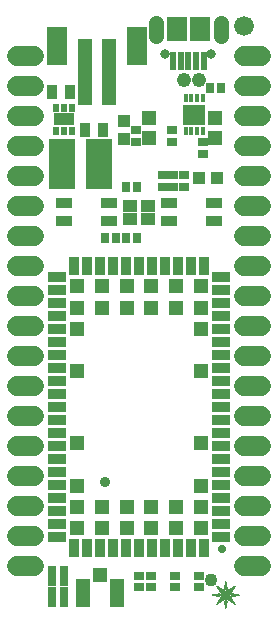
<source format=gts>
G75*
%MOIN*%
%OFA0B0*%
%FSLAX25Y25*%
%IPPOS*%
%LPD*%
%AMOC8*
5,1,8,0,0,1.08239X$1,22.5*
%
%ADD10R,0.02375X0.06115*%
%ADD11R,0.06706X0.08280*%
%ADD12C,0.03162*%
%ADD13C,0.05131*%
%ADD14R,0.05721X0.03359*%
%ADD15R,0.03950X0.03950*%
%ADD16R,0.03200X0.02600*%
%ADD17C,0.06600*%
%ADD18R,0.04934X0.09461*%
%ADD19R,0.04737X0.04934*%
%ADD20R,0.02600X0.03200*%
%ADD21C,0.00100*%
%ADD22R,0.03543X0.06299*%
%ADD23R,0.06299X0.03543*%
%ADD24C,0.02769*%
%ADD25R,0.04724X0.04724*%
%ADD26C,0.03556*%
%ADD27C,0.04343*%
%ADD28R,0.04737X0.03950*%
%ADD29R,0.07099X0.12611*%
%ADD30R,0.04737X0.22454*%
%ADD31R,0.03600X0.04900*%
%ADD32R,0.01181X0.03150*%
%ADD33R,0.07402X0.06811*%
%ADD34R,0.04737X0.05131*%
%ADD35C,0.04762*%
%ADD36C,0.06600*%
%ADD37R,0.07099X0.04343*%
%ADD38R,0.01981X0.03162*%
%ADD39R,0.08674X0.16548*%
D10*
X0089045Y0187969D03*
X0091604Y0187969D03*
X0094163Y0187969D03*
X0096723Y0187969D03*
X0099282Y0187969D03*
D11*
X0098100Y0198500D03*
X0090226Y0198461D03*
D12*
X0086486Y0190232D03*
X0101841Y0190232D03*
D13*
X0105089Y0196335D02*
X0105089Y0200665D01*
X0083238Y0200665D02*
X0083238Y0196335D01*
D14*
X0087782Y0140551D03*
X0087782Y0134449D03*
X0102545Y0134449D03*
X0102545Y0140551D03*
X0067545Y0140551D03*
X0067545Y0134449D03*
X0052782Y0134449D03*
X0052782Y0140551D03*
D15*
X0072663Y0162047D03*
X0072663Y0167953D03*
X0097711Y0149000D03*
X0103616Y0149000D03*
D16*
X0092663Y0149900D03*
X0089163Y0149900D03*
X0085663Y0149900D03*
X0085663Y0146100D03*
X0089163Y0146100D03*
X0092663Y0146100D03*
X0099163Y0157100D03*
X0099163Y0160900D03*
X0088663Y0161100D03*
X0088663Y0164900D03*
X0076663Y0164900D03*
X0076663Y0161100D03*
X0077663Y0016400D03*
X0081663Y0016400D03*
X0089663Y0016400D03*
X0089663Y0012600D03*
X0081663Y0012600D03*
X0077663Y0012600D03*
X0097663Y0012600D03*
X0097663Y0016400D03*
D17*
X0042663Y0019500D02*
X0036863Y0019500D01*
X0036863Y0029500D02*
X0042663Y0029500D01*
X0042663Y0039500D02*
X0036863Y0039500D01*
X0036863Y0049500D02*
X0042663Y0049500D01*
X0042663Y0059500D02*
X0036863Y0059500D01*
X0036863Y0069500D02*
X0042663Y0069500D01*
X0042663Y0079500D02*
X0036863Y0079500D01*
X0036863Y0089500D02*
X0042663Y0089500D01*
X0042663Y0099500D02*
X0036863Y0099500D01*
X0036863Y0109500D02*
X0042663Y0109500D01*
X0042663Y0119500D02*
X0036863Y0119500D01*
X0036863Y0129500D02*
X0042663Y0129500D01*
X0042663Y0139500D02*
X0036863Y0139500D01*
X0036863Y0149500D02*
X0042663Y0149500D01*
X0042663Y0159500D02*
X0036863Y0159500D01*
X0036863Y0169500D02*
X0042663Y0169500D01*
X0042663Y0179500D02*
X0036863Y0179500D01*
X0036863Y0189500D02*
X0042663Y0189500D01*
X0112663Y0189500D02*
X0118463Y0189500D01*
X0118463Y0179500D02*
X0112663Y0179500D01*
X0112663Y0169500D02*
X0118463Y0169500D01*
X0118463Y0159500D02*
X0112663Y0159500D01*
X0112663Y0149500D02*
X0118463Y0149500D01*
X0118463Y0139500D02*
X0112663Y0139500D01*
X0112663Y0129500D02*
X0118463Y0129500D01*
X0118463Y0119500D02*
X0112663Y0119500D01*
X0112663Y0109500D02*
X0118463Y0109500D01*
X0118463Y0099500D02*
X0112663Y0099500D01*
X0112663Y0089500D02*
X0118463Y0089500D01*
X0118463Y0079500D02*
X0112663Y0079500D01*
X0112663Y0069500D02*
X0118463Y0069500D01*
X0118463Y0059500D02*
X0112663Y0059500D01*
X0112663Y0049500D02*
X0118463Y0049500D01*
X0118463Y0039500D02*
X0112663Y0039500D01*
X0112663Y0029500D02*
X0118463Y0029500D01*
X0118463Y0019500D02*
X0112663Y0019500D01*
D18*
X0070471Y0010500D03*
X0058856Y0010500D03*
D19*
X0064663Y0016514D03*
D20*
X0052563Y0018000D03*
X0048763Y0018000D03*
X0048763Y0014500D03*
X0048763Y0011000D03*
X0052563Y0011000D03*
X0052563Y0014500D03*
X0052563Y0007500D03*
X0048763Y0007500D03*
X0066263Y0129000D03*
X0070063Y0129000D03*
X0073263Y0129000D03*
X0077063Y0129000D03*
X0077063Y0146000D03*
X0073263Y0146000D03*
X0101263Y0179000D03*
X0105063Y0179000D03*
D21*
X0106463Y0014500D02*
X0106963Y0012100D01*
X0106463Y0011800D01*
X0105963Y0012100D01*
X0106463Y0014500D01*
X0106453Y0014450D02*
X0106474Y0014450D01*
X0106494Y0014351D02*
X0106432Y0014351D01*
X0106412Y0014253D02*
X0106515Y0014253D01*
X0106536Y0014154D02*
X0106391Y0014154D01*
X0106371Y0014056D02*
X0106556Y0014056D01*
X0106577Y0013957D02*
X0106350Y0013957D01*
X0106330Y0013859D02*
X0106597Y0013859D01*
X0106618Y0013760D02*
X0106309Y0013760D01*
X0106289Y0013662D02*
X0106638Y0013662D01*
X0106659Y0013563D02*
X0106268Y0013563D01*
X0106248Y0013465D02*
X0106679Y0013465D01*
X0106700Y0013366D02*
X0106227Y0013366D01*
X0106207Y0013268D02*
X0106720Y0013268D01*
X0106741Y0013169D02*
X0106186Y0013169D01*
X0106166Y0013070D02*
X0106761Y0013070D01*
X0106782Y0012972D02*
X0106145Y0012972D01*
X0106125Y0012873D02*
X0106802Y0012873D01*
X0106823Y0012775D02*
X0106104Y0012775D01*
X0106084Y0012676D02*
X0106843Y0012676D01*
X0106864Y0012578D02*
X0106063Y0012578D01*
X0106043Y0012479D02*
X0106884Y0012479D01*
X0106905Y0012381D02*
X0106022Y0012381D01*
X0106001Y0012282D02*
X0106925Y0012282D01*
X0106946Y0012184D02*
X0105981Y0012184D01*
X0105988Y0012085D02*
X0106939Y0012085D01*
X0106775Y0011987D02*
X0106152Y0011987D01*
X0106316Y0011888D02*
X0106611Y0011888D01*
X0106944Y0011494D02*
X0108493Y0011494D01*
X0108427Y0011396D02*
X0106783Y0011396D01*
X0106622Y0011297D02*
X0108362Y0011297D01*
X0108296Y0011199D02*
X0104668Y0011199D01*
X0104730Y0011100D02*
X0108230Y0011100D01*
X0108165Y0011002D02*
X0104792Y0011002D01*
X0104855Y0010903D02*
X0108099Y0010903D01*
X0108033Y0010805D02*
X0104917Y0010805D01*
X0104980Y0010706D02*
X0107968Y0010706D01*
X0107902Y0010608D02*
X0105042Y0010608D01*
X0105104Y0010509D02*
X0107836Y0010509D01*
X0107771Y0010411D02*
X0105167Y0010411D01*
X0105229Y0010312D02*
X0107705Y0010312D01*
X0107639Y0010214D02*
X0105291Y0010214D01*
X0105354Y0010115D02*
X0107574Y0010115D01*
X0107563Y0010100D02*
X0109563Y0013100D01*
X0106463Y0011200D01*
X0103463Y0013100D01*
X0105363Y0010100D01*
X0103363Y0006900D01*
X0106463Y0008900D01*
X0109563Y0007000D01*
X0107563Y0010100D01*
X0107617Y0010017D02*
X0105311Y0010017D01*
X0105250Y0009918D02*
X0107681Y0009918D01*
X0107744Y0009820D02*
X0105188Y0009820D01*
X0105127Y0009721D02*
X0107808Y0009721D01*
X0107871Y0009623D02*
X0105065Y0009623D01*
X0105004Y0009524D02*
X0107935Y0009524D01*
X0107999Y0009426D02*
X0104942Y0009426D01*
X0104880Y0009327D02*
X0108062Y0009327D01*
X0108126Y0009229D02*
X0104819Y0009229D01*
X0104757Y0009130D02*
X0108189Y0009130D01*
X0108253Y0009032D02*
X0104696Y0009032D01*
X0104634Y0008933D02*
X0108316Y0008933D01*
X0108380Y0008834D02*
X0106570Y0008834D01*
X0106731Y0008736D02*
X0108443Y0008736D01*
X0108507Y0008637D02*
X0106892Y0008637D01*
X0107053Y0008539D02*
X0108571Y0008539D01*
X0108634Y0008440D02*
X0107213Y0008440D01*
X0107374Y0008342D02*
X0108698Y0008342D01*
X0108761Y0008243D02*
X0107535Y0008243D01*
X0107695Y0008145D02*
X0108825Y0008145D01*
X0108888Y0008046D02*
X0107856Y0008046D01*
X0108017Y0007948D02*
X0108952Y0007948D01*
X0109015Y0007849D02*
X0108178Y0007849D01*
X0108338Y0007751D02*
X0109079Y0007751D01*
X0109143Y0007652D02*
X0108499Y0007652D01*
X0108660Y0007554D02*
X0109206Y0007554D01*
X0109270Y0007455D02*
X0108821Y0007455D01*
X0108981Y0007357D02*
X0109333Y0007357D01*
X0109397Y0007258D02*
X0109142Y0007258D01*
X0109303Y0007160D02*
X0109460Y0007160D01*
X0109463Y0007061D02*
X0109524Y0007061D01*
X0109121Y0009721D02*
X0108491Y0009721D01*
X0108550Y0009623D02*
X0108667Y0009623D01*
X0108563Y0009600D02*
X0110863Y0010100D01*
X0108563Y0010600D01*
X0108263Y0010100D01*
X0108563Y0009600D01*
X0108432Y0009820D02*
X0109574Y0009820D01*
X0110027Y0009918D02*
X0108373Y0009918D01*
X0108313Y0010017D02*
X0110480Y0010017D01*
X0110341Y0010214D02*
X0108332Y0010214D01*
X0108391Y0010312D02*
X0109887Y0010312D01*
X0109434Y0010411D02*
X0108450Y0010411D01*
X0108509Y0010509D02*
X0108981Y0010509D01*
X0108273Y0010115D02*
X0110794Y0010115D01*
X0108559Y0011593D02*
X0107104Y0011593D01*
X0107265Y0011691D02*
X0108624Y0011691D01*
X0108690Y0011790D02*
X0107426Y0011790D01*
X0107587Y0011888D02*
X0108756Y0011888D01*
X0108821Y0011987D02*
X0107747Y0011987D01*
X0107908Y0012085D02*
X0108887Y0012085D01*
X0108953Y0012184D02*
X0108069Y0012184D01*
X0108229Y0012282D02*
X0109018Y0012282D01*
X0109084Y0012381D02*
X0108390Y0012381D01*
X0108551Y0012479D02*
X0109150Y0012479D01*
X0109215Y0012578D02*
X0108712Y0012578D01*
X0108872Y0012676D02*
X0109281Y0012676D01*
X0109347Y0012775D02*
X0109033Y0012775D01*
X0109194Y0012873D02*
X0109412Y0012873D01*
X0109355Y0012972D02*
X0109478Y0012972D01*
X0109515Y0013070D02*
X0109544Y0013070D01*
X0106310Y0011297D02*
X0104605Y0011297D01*
X0104543Y0011396D02*
X0106154Y0011396D01*
X0105999Y0011494D02*
X0104480Y0011494D01*
X0104418Y0011593D02*
X0105843Y0011593D01*
X0105688Y0011691D02*
X0104356Y0011691D01*
X0104293Y0011790D02*
X0105532Y0011790D01*
X0105377Y0011888D02*
X0104231Y0011888D01*
X0104168Y0011987D02*
X0105221Y0011987D01*
X0105066Y0012085D02*
X0104106Y0012085D01*
X0104044Y0012184D02*
X0104910Y0012184D01*
X0104754Y0012282D02*
X0103981Y0012282D01*
X0103919Y0012381D02*
X0104599Y0012381D01*
X0104443Y0012479D02*
X0103856Y0012479D01*
X0103794Y0012578D02*
X0104288Y0012578D01*
X0104132Y0012676D02*
X0103732Y0012676D01*
X0103669Y0012775D02*
X0103977Y0012775D01*
X0103821Y0012873D02*
X0103607Y0012873D01*
X0103666Y0012972D02*
X0103545Y0012972D01*
X0103510Y0013070D02*
X0103482Y0013070D01*
X0103946Y0010509D02*
X0104436Y0010509D01*
X0104363Y0010600D02*
X0104763Y0010100D01*
X0104363Y0009600D01*
X0102063Y0010100D01*
X0104363Y0010600D01*
X0104515Y0010411D02*
X0103493Y0010411D01*
X0103039Y0010312D02*
X0104594Y0010312D01*
X0104673Y0010214D02*
X0102586Y0010214D01*
X0102447Y0010017D02*
X0104697Y0010017D01*
X0104751Y0010115D02*
X0102133Y0010115D01*
X0102900Y0009918D02*
X0104618Y0009918D01*
X0104539Y0009820D02*
X0103353Y0009820D01*
X0103806Y0009721D02*
X0104460Y0009721D01*
X0104382Y0009623D02*
X0104260Y0009623D01*
X0104573Y0008834D02*
X0106362Y0008834D01*
X0106209Y0008736D02*
X0104511Y0008736D01*
X0104449Y0008637D02*
X0106057Y0008637D01*
X0105904Y0008539D02*
X0104388Y0008539D01*
X0104326Y0008440D02*
X0105751Y0008440D01*
X0105598Y0008342D02*
X0104265Y0008342D01*
X0104203Y0008243D02*
X0105446Y0008243D01*
X0105293Y0008145D02*
X0104142Y0008145D01*
X0104080Y0008046D02*
X0105140Y0008046D01*
X0104988Y0007948D02*
X0104018Y0007948D01*
X0103957Y0007849D02*
X0104835Y0007849D01*
X0104682Y0007751D02*
X0103895Y0007751D01*
X0103834Y0007652D02*
X0104530Y0007652D01*
X0104377Y0007554D02*
X0103772Y0007554D01*
X0103711Y0007455D02*
X0104224Y0007455D01*
X0104072Y0007357D02*
X0103649Y0007357D01*
X0103587Y0007258D02*
X0103919Y0007258D01*
X0103766Y0007160D02*
X0103526Y0007160D01*
X0103464Y0007061D02*
X0103613Y0007061D01*
X0103461Y0006963D02*
X0103403Y0006963D01*
X0106056Y0007554D02*
X0106871Y0007554D01*
X0106891Y0007652D02*
X0106036Y0007652D01*
X0106015Y0007751D02*
X0106912Y0007751D01*
X0106932Y0007849D02*
X0105995Y0007849D01*
X0105974Y0007948D02*
X0106953Y0007948D01*
X0106963Y0008000D02*
X0106463Y0008300D01*
X0105963Y0008000D01*
X0106463Y0005600D01*
X0106963Y0008000D01*
X0106886Y0008046D02*
X0106041Y0008046D01*
X0106205Y0008145D02*
X0106722Y0008145D01*
X0106558Y0008243D02*
X0106369Y0008243D01*
X0106077Y0007455D02*
X0106850Y0007455D01*
X0106829Y0007357D02*
X0106097Y0007357D01*
X0106118Y0007258D02*
X0106809Y0007258D01*
X0106788Y0007160D02*
X0106139Y0007160D01*
X0106159Y0007061D02*
X0106768Y0007061D01*
X0106747Y0006963D02*
X0106180Y0006963D01*
X0106200Y0006864D02*
X0106727Y0006864D01*
X0106706Y0006766D02*
X0106221Y0006766D01*
X0106241Y0006667D02*
X0106686Y0006667D01*
X0106665Y0006569D02*
X0106262Y0006569D01*
X0106282Y0006470D02*
X0106645Y0006470D01*
X0106624Y0006372D02*
X0106303Y0006372D01*
X0106323Y0006273D02*
X0106604Y0006273D01*
X0106583Y0006175D02*
X0106344Y0006175D01*
X0106364Y0006076D02*
X0106563Y0006076D01*
X0106542Y0005978D02*
X0106385Y0005978D01*
X0106405Y0005879D02*
X0106522Y0005879D01*
X0106501Y0005781D02*
X0106426Y0005781D01*
X0106446Y0005682D02*
X0106481Y0005682D01*
D22*
X0099317Y0025453D03*
X0094986Y0025453D03*
X0090656Y0025453D03*
X0086325Y0025453D03*
X0081994Y0025453D03*
X0077663Y0025453D03*
X0073333Y0025453D03*
X0069002Y0025453D03*
X0064671Y0025453D03*
X0060341Y0025453D03*
X0056010Y0025453D03*
X0056010Y0119547D03*
X0060341Y0119547D03*
X0064671Y0119547D03*
X0069002Y0119547D03*
X0073333Y0119547D03*
X0077663Y0119547D03*
X0081994Y0119547D03*
X0086325Y0119547D03*
X0090656Y0119547D03*
X0094986Y0119547D03*
X0099317Y0119547D03*
D23*
X0105026Y0115807D03*
X0105026Y0111476D03*
X0105026Y0107146D03*
X0105026Y0102815D03*
X0105026Y0098484D03*
X0105026Y0094154D03*
X0105026Y0089823D03*
X0105026Y0085492D03*
X0105026Y0081161D03*
X0105026Y0076831D03*
X0105026Y0072500D03*
X0105026Y0068169D03*
X0105026Y0063839D03*
X0105026Y0059508D03*
X0105026Y0055177D03*
X0105026Y0050846D03*
X0105026Y0046516D03*
X0105026Y0042185D03*
X0105026Y0037854D03*
X0105026Y0033524D03*
X0105026Y0029193D03*
X0050301Y0029193D03*
X0050301Y0033524D03*
X0050301Y0037854D03*
X0050301Y0042185D03*
X0050301Y0046516D03*
X0050301Y0050846D03*
X0050301Y0055177D03*
X0050301Y0059508D03*
X0050301Y0063839D03*
X0050301Y0068169D03*
X0050301Y0072500D03*
X0050301Y0076831D03*
X0050301Y0081161D03*
X0050301Y0085492D03*
X0050301Y0089823D03*
X0050301Y0094154D03*
X0050301Y0098484D03*
X0050301Y0102815D03*
X0050301Y0107146D03*
X0050301Y0111476D03*
X0050301Y0115807D03*
D24*
X0105223Y0025256D03*
D25*
X0098333Y0032146D03*
X0090065Y0032146D03*
X0081797Y0032146D03*
X0073530Y0032146D03*
X0065262Y0032146D03*
X0056994Y0032146D03*
X0056994Y0039232D03*
X0065262Y0039232D03*
X0073530Y0039232D03*
X0081797Y0039232D03*
X0090065Y0039232D03*
X0098333Y0039232D03*
X0098333Y0046319D03*
X0098333Y0060492D03*
X0056994Y0060492D03*
X0056994Y0046319D03*
X0056994Y0084508D03*
X0056994Y0098681D03*
X0056994Y0105768D03*
X0065262Y0105768D03*
X0073530Y0105768D03*
X0081797Y0105768D03*
X0090065Y0105768D03*
X0098333Y0105768D03*
X0098333Y0112854D03*
X0090065Y0112854D03*
X0081797Y0112854D03*
X0073530Y0112854D03*
X0065262Y0112854D03*
X0056994Y0112854D03*
X0098333Y0098681D03*
X0098333Y0084508D03*
D26*
X0066356Y0047539D03*
D27*
X0101789Y0014861D03*
D28*
X0080616Y0135335D03*
X0074711Y0135335D03*
X0074711Y0139665D03*
X0080616Y0139665D03*
D29*
X0077049Y0193063D03*
X0050278Y0193063D03*
D30*
X0059726Y0184126D03*
X0067600Y0184126D03*
D31*
X0054604Y0177524D03*
X0048704Y0177524D03*
X0059693Y0165019D03*
X0065593Y0165019D03*
D32*
X0093211Y0164488D03*
X0093211Y0164488D03*
X0095179Y0164488D03*
X0097148Y0164488D03*
X0099116Y0164488D03*
X0099116Y0175512D03*
X0097148Y0175512D03*
X0095179Y0175512D03*
X0093211Y0175512D03*
D33*
X0096163Y0170000D03*
D34*
X0103163Y0168846D03*
X0103163Y0162154D03*
X0081163Y0162154D03*
X0081163Y0168846D03*
D35*
X0092663Y0181500D03*
X0097663Y0181500D03*
D36*
X0112663Y0199500D03*
D37*
X0052663Y0168500D03*
D38*
X0052663Y0164563D03*
X0050104Y0164563D03*
X0055223Y0164563D03*
X0055223Y0172437D03*
X0052663Y0172437D03*
X0050104Y0172437D03*
D39*
X0052052Y0153525D03*
X0064257Y0153525D03*
M02*

</source>
